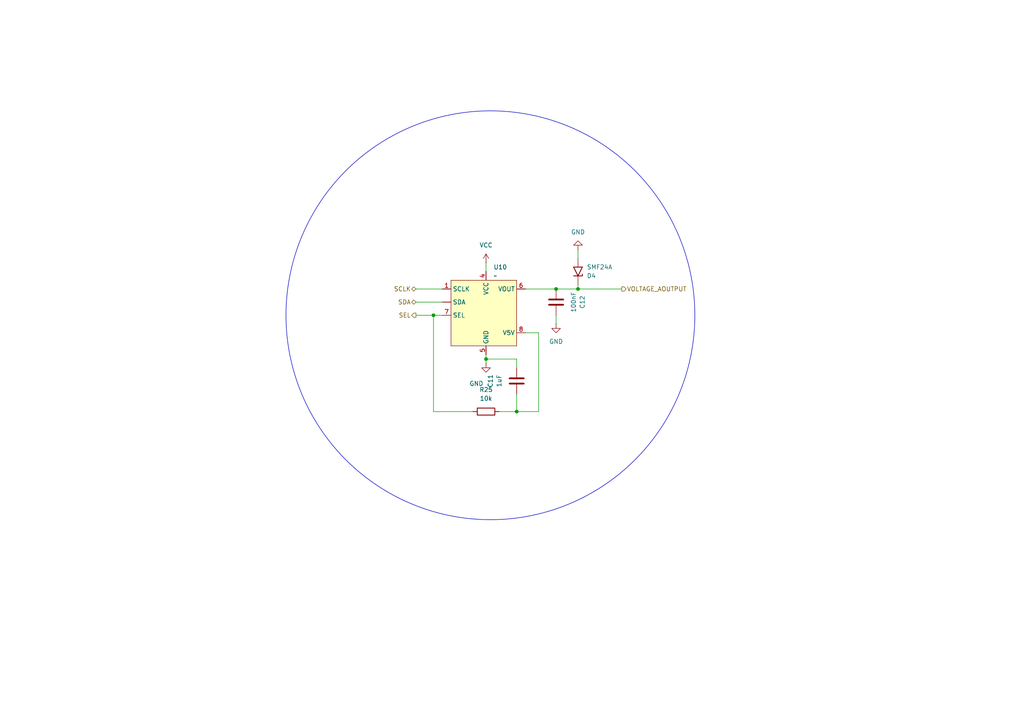
<source format=kicad_sch>
(kicad_sch (version 20250114) (generator "eeschema") (generator_version "9.0")
  (paper "A4")
  (lib_symbols
    (symbol "Device:C" (pin_numbers (hide yes)) (pin_names (offset 0.254))
      (property "Reference" "C" (at 0.635 2.54 0))
      (property "Value" "C" (at 0.635 -2.54 0))
      (symbol "C_0_1"
        (polyline (pts (xy -2.032 0.762) (xy 2.032 0.762)) (stroke (width 0.508)))
        (polyline (pts (xy -2.032 -0.762) (xy 2.032 -0.762)) (stroke (width 0.508)))
      )
      (symbol "C_1_1"
        (pin passive line (at 0 3.81 270) (length 2.794) (name "~") (number "1"))
        (pin passive line (at 0 -3.81 90) (length 2.794) (name "~") (number "2"))
      )
    )
    (symbol "Device:R" (pin_numbers (hide yes)) (pin_names (offset 0))
      (property "Reference" "R" (at 2.032 0 90))
      (property "Value" "R" (at 0 0 90))
      (symbol "R_0_1"
        (rectangle (start -1.016 -2.54) (end 1.016 2.54) (stroke (width 0.254)))
      )
      (symbol "R_1_1"
        (pin passive line (at 0 3.81 270) (length 1.27) (name "~") (number "1"))
        (pin passive line (at 0 -3.81 90) (length 1.27) (name "~") (number "2"))
      )
    )
    (symbol "Diode:SMF24A" (pin_numbers (hide yes)) (pin_names (offset 1.016) (hide yes))
      (property "Reference" "D" (at 0 2.54 0))
      (property "Value" "SMF24A" (at 0 -2.54 0))
      (symbol "SMF24A_0_1"
        (polyline (pts (xy -0.762 1.27) (xy -1.27 1.27) (xy -1.27 -1.27)) (stroke (width 0.254)))
        (polyline (pts (xy 1.27 1.27) (xy 1.27 -1.27) (xy -1.27 0) (xy 1.27 1.27)) (stroke (width 0.254)))
      )
      (symbol "SMF24A_1_1"
        (pin passive line (at -3.81 0 0) (length 2.54) (name "A1") (number "1"))
        (pin passive line (at 3.81 0 180) (length 2.54) (name "A2") (number "2"))
      )
    )
    (symbol "Riqi_Parts:GP8201S"
      (property "Reference" "U" (at 0 0 0))
      (symbol "GP8201S_1_1"
        (rectangle (start -3.81 -1.27) (end 15.24 -20.32) (fill (type background)))
        (pin passive line (at -6.35 -3.81 0) (length 2.54) (name "SCLK") (number "1"))
        (pin passive line (at -6.35 -7.62 0) (length 2.54) (name "SDA") (number ""))
        (pin passive line (at -6.35 -11.43 0) (length 2.54) (name "SEL") (number "7"))
        (pin passive line (at 6.35 1.27 270) (length 2.54) (name "VCC") (number "4"))
        (pin passive line (at 6.35 -22.86 90) (length 2.54) (name "GND") (number "5"))
        (pin passive line (at 17.78 -3.81 180) (length 2.54) (name "VOUT") (number "6"))
        (pin passive line (at 17.78 -16.51 180) (length 2.54) (name "V5V") (number "8"))
      )
    )
    (symbol "power:GND" (power) (pin_numbers (hide yes)) (pin_names (offset 0) (hide yes))
      (property "Value" "GND" (at 0 -3.81 0))
      (symbol "GND_0_1"
        (polyline (pts (xy 0 0) (xy 0 -1.27) (xy 1.27 -1.27) (xy 0 -2.54) (xy -1.27 -1.27) (xy 0 -1.27)))
      )
      (symbol "GND_1_1"
        (pin power_in line (at 0 0 270) (length 0) (name "~") (number "1"))
      )
    )
    (symbol "power:VCC" (power) (pin_numbers (hide yes)) (pin_names (offset 0) (hide yes))
      (property "Value" "VCC" (at 0 3.556 0))
      (symbol "VCC_0_1"
        (polyline (pts (xy -0.762 1.27) (xy 0 2.54)))
        (polyline (pts (xy 0 2.54) (xy 0.762 1.27)))
        (polyline (pts (xy 0 0) (xy 0 2.54)))
      )
      (symbol "VCC_1_1"
        (pin power_in line (at 0 0 90) (length 0) (name "~") (number "1"))
      )
    )
  )
  (circle (center 142.24 91.44) (radius 59.2969))
  (junction (at 125.73 91.44))
  (junction (at 149.86 119.38))
  (junction (at 167.64 83.82))
  (junction (at 140.97 104.14))
  (junction (at 161.29 83.82))
  (wire (pts (xy 156.21 96.52) (xy 156.21 119.38)))
  (wire (pts (xy 140.97 76.2) (xy 140.97 78.74)))
  (wire (pts (xy 140.97 104.14) (xy 149.86 104.14)))
  (wire (pts (xy 144.78 119.38) (xy 149.86 119.38)))
  (wire (pts (xy 156.21 96.52) (xy 152.4 96.52)))
  (wire (pts (xy 120.65 87.63) (xy 128.27 87.63)))
  (wire (pts (xy 161.29 91.44) (xy 161.29 93.98)))
  (wire (pts (xy 167.64 74.93) (xy 167.64 72.39)))
  (wire (pts (xy 161.29 83.82) (xy 167.64 83.82)))
  (wire (pts (xy 140.97 102.87) (xy 140.97 104.14)))
  (wire (pts (xy 152.4 83.82) (xy 161.29 83.82)))
  (wire (pts (xy 125.73 91.44) (xy 128.27 91.44)))
  (wire (pts (xy 149.86 119.38) (xy 156.21 119.38)))
  (wire (pts (xy 125.73 91.44) (xy 125.73 119.38)))
  (wire (pts (xy 167.64 83.82) (xy 180.34 83.82)))
  (wire (pts (xy 120.65 83.82) (xy 128.27 83.82)))
  (wire (pts (xy 149.86 106.68) (xy 149.86 104.14)))
  (wire (pts (xy 149.86 114.3) (xy 149.86 119.38)))
  (wire (pts (xy 137.16 119.38) (xy 125.73 119.38)))
  (wire (pts (xy 140.97 104.14) (xy 140.97 105.41)))
  (wire (pts (xy 120.65 91.44) (xy 125.73 91.44)))
  (wire (pts (xy 167.64 82.55) (xy 167.64 83.82)))
  (hierarchical_label "SCLK" (shape bidirectional) (at 120.65 83.82 180))
  (hierarchical_label "SEL" (shape output) (at 120.65 91.44 180))
  (hierarchical_label "SDA" (shape bidirectional) (at 120.65 87.63 180))
  (hierarchical_label "VOLTAGE_AOUTPUT" (shape output) (at 180.34 83.82 0))
  (symbol (lib_id "power:GND") (at 140.97 105.41 0) (unit 1)
    (property "Reference" "#PWR052" (effects (hide yes)))
    (property "Value" "GND" (at 138.176 111.252 0))
    (property "Description" "Power symbol creates a global label with name \"GND\" , ground" (effects (hide yes)))
    (instances (project "" (path "" (reference "#PWR052") (unit 1))) (project "NIVARA_ZorionX_BOARD" (path "" (reference "#PWR?") (unit 1))))
  )
  (symbol (lib_id "Riqi_Parts:GP8201S") (at 134.62 80.01 0) (unit 1)
    (property "Reference" "U10" (at 143.1133 77.47 0) (effects (justify left)))
    (property "Value" "~" (at 143.1133 80.01 0) (effects (justify left)))
    (property "Footprint" "Riqi_Parts:eSOP-8" (effects (hide yes)))
    (property "Datasheet" "https://lcsc.com/datasheet/lcsc_datasheet_2410121507_Guestgood-GP8201S-TC50-EW_C5240058.pdf" (effects (hide yes)))
    (instances (project "" (path "" (reference "U10") (unit 1))) (project "NIVARA_ZorionX_BOARD" (path "" (reference "U?") (unit 1))))
  )
  (symbol (lib_id "power:VCC") (at 140.97 76.2 0) (unit 1)
    (property "Reference" "#PWR051" (effects (hide yes)))
    (property "Value" "VCC" (at 140.97 71.12 0))
    (property "Description" "Power symbol creates a global label with name \"VCC\"" (effects (hide yes)))
    (instances (project "" (path "" (reference "#PWR051") (unit 1))) (project "NIVARA_ZorionX_BOARD" (path "" (reference "#PWR?") (unit 1))))
  )
  (symbol (lib_id "power:GND") (at 167.64 72.39 0) (mirror x) (unit 1)
    (property "Reference" "#PWR054" (effects (hide yes)))
    (property "Value" "GND" (at 167.64 67.31 0))
    (property "Description" "Power symbol creates a global label with name \"GND\" , ground" (effects (hide yes)))
    (instances (project "NIVARA" (path "" (reference "#PWR054") (unit 1))) (project "NIVARA_ZorionX_BOARD" (path "" (reference "#PWR?") (unit 1))))
  )
  (symbol (lib_id "Diode:SMF24A") (at 167.64 78.74 270) (mirror x) (unit 1)
    (property "Reference" "D4" (at 170.18 80.0101 90) (effects (justify left)))
    (property "Value" "SMF24A" (at 170.18 77.4701 90) (effects (justify left)))
    (property "Footprint" "Diode_SMD:D_SMF" (effects (hide yes)))
    (property "Datasheet" "https://www.vishay.com/doc?85881" (effects (hide yes)))
    (property "Description" "200W unidirectional Transil Transient Voltage Suppressor, 24Vrwm, SMF" (effects (hide yes)))
    (property "LCSC#" "C7495269" (effects (hide yes)))
    (instances (project "" (path "" (reference "D4") (unit 1))) (project "NIVARA_ZorionX_BOARD" (path "" (reference "D?") (unit 1))))
  )
  (symbol (lib_id "Device:C") (at 149.86 110.49 0) (unit 1)
    (property "Reference" "C11" (at 142.24 110.49 90))
    (property "Value" "1uF" (at 144.78 110.49 90))
    (property "Footprint" "Capacitor_SMD:C_0805_2012Metric" (effects (hide yes)))
    (property "Description" "Unpolarized capacitor" (effects (hide yes)))
    (instances (project "" (path "" (reference "C11") (unit 1))) (project "NIVARA_ZorionX_BOARD" (path "" (reference "C?") (unit 1))))
  )
  (symbol (lib_id "power:GND") (at 161.29 93.98 0) (unit 1)
    (property "Reference" "#PWR053" (effects (hide yes)))
    (property "Value" "GND" (at 161.29 99.06 0))
    (property "Description" "Power symbol creates a global label with name \"GND\" , ground" (effects (hide yes)))
    (instances (project "NIVARA" (path "" (reference "#PWR053") (unit 1))) (project "NIVARA_ZorionX_BOARD" (path "" (reference "#PWR?") (unit 1))))
  )
  (symbol (lib_id "Device:C") (at 161.29 87.63 180) (unit 1)
    (property "Reference" "C12" (at 168.91 87.63 90))
    (property "Value" "100nF" (at 166.37 87.63 90))
    (property "Footprint" "Capacitor_SMD:C_0805_2012Metric" (effects (hide yes)))
    (property "Description" "Unpolarized capacitor" (effects (hide yes)))
    (instances (project "NIVARA" (path "" (reference "C12") (unit 1))) (project "NIVARA_ZorionX_BOARD" (path "" (reference "C?") (unit 1))))
  )
  (symbol (lib_id "Device:R") (at 140.97 119.38 90) (unit 1)
    (property "Reference" "R25" (at 140.97 113.03 90))
    (property "Value" "10k" (at 140.97 115.57 90))
    (property "Footprint" "Resistor_SMD:R_0603_1608Metric" (effects (hide yes)))
    (property "Description" "Resistor" (effects (hide yes)))
    (instances (project "" (path "" (reference "R25") (unit 1))) (project "NIVARA_ZorionX_BOARD" (path "" (reference "R?") (unit 1))))
  )
)
</source>
